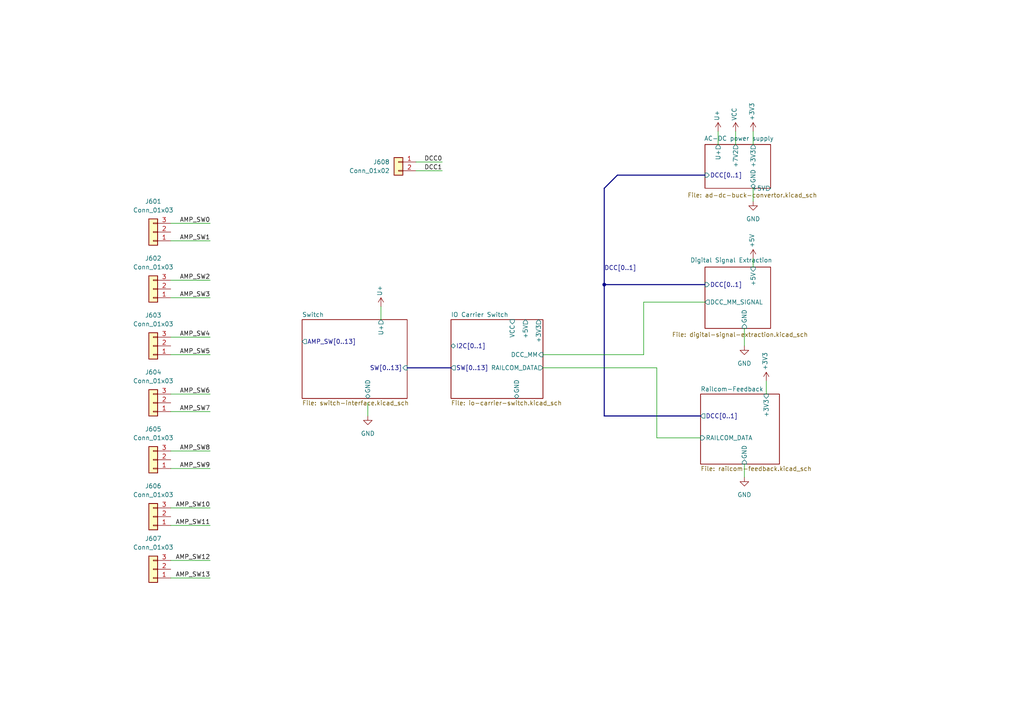
<source format=kicad_sch>
(kicad_sch (version 20231120) (generator "eeschema") (generator_version "7.99")
  (paper "A4")
  (title_block (date "mar. 31 mars 2015"))
  (lib_symbols
    (symbol "Connector_Generic:Conn_01x02" (pin_names (offset 1.016) hide)
      (property "Reference" "J" (at 0 2.54 0))
      (property "Value" "Conn_01x02" (at 0 -5.08 0))
      (symbol "Conn_01x02_1_1"
        (rectangle (start -1.27 -2.413) (end 0 -2.667) (stroke (width 0.1524)))
        (rectangle (start -1.27 0.127) (end 0 -0.127) (stroke (width 0.1524)))
        (rectangle (start -1.27 1.27) (end 1.27 -3.81) (stroke (width 0.254)) (fill (type background)))
        (pin passive line (at -5.08 0 0) (length 3.81) (name "Pin_1") (number "1"))
        (pin passive line (at -5.08 -2.54 0) (length 3.81) (name "Pin_2") (number "2"))
      )
    )
    (symbol "Connector_Generic:Conn_01x03" (pin_names (offset 1.016) hide)
      (property "Reference" "J" (at 0 5.08 0))
      (property "Value" "Conn_01x03" (at 0 -5.08 0))
      (symbol "Conn_01x03_1_1"
        (rectangle (start -1.27 -2.413) (end 0 -2.667) (stroke (width 0.1524)))
        (rectangle (start -1.27 0.127) (end 0 -0.127) (stroke (width 0.1524)))
        (rectangle (start -1.27 2.667) (end 0 2.413) (stroke (width 0.1524)))
        (rectangle (start -1.27 3.81) (end 1.27 -3.81) (stroke (width 0.254)) (fill (type background)))
        (pin passive line (at -5.08 2.54 0) (length 3.81) (name "Pin_1") (number "1"))
        (pin passive line (at -5.08 0 0) (length 3.81) (name "Pin_2") (number "2"))
        (pin passive line (at -5.08 -2.54 0) (length 3.81) (name "Pin_3") (number "3"))
      )
    )
    (symbol "power:+5V" (power) (pin_names (offset 0))
      (property "Value" "+5V" (at 0 3.556 0))
      (symbol "+5V_0_1"
        (polyline (pts (xy -0.762 1.27) (xy 0 2.54)))
        (polyline (pts (xy 0 0) (xy 0 2.54)))
        (polyline (pts (xy 0 2.54) (xy 0.762 1.27)))
      )
      (symbol "+5V_1_1"
        (pin power_in line (at 0 0 90) (length 0) hide (name "+5V") (number "1"))
      )
    )
    (symbol "power:GND" (power) (pin_names (offset 0))
      (property "Value" "GND" (at 0 -3.81 0))
      (symbol "GND_0_1"
        (polyline (pts (xy 0 0) (xy 0 -1.27) (xy 1.27 -1.27) (xy 0 -2.54) (xy -1.27 -1.27) (xy 0 -1.27)))
      )
      (symbol "GND_1_1"
        (pin power_in line (at 0 0 270) (length 0) hide (name "GND") (number "1"))
      )
    )
    (symbol "power:VCC" (power) (pin_names (offset 0))
      (property "Value" "VCC" (at 0 3.81 0))
      (symbol "VCC_0_1"
        (polyline (pts (xy -0.762 1.27) (xy 0 2.54)))
        (polyline (pts (xy 0 0) (xy 0 2.54)))
        (polyline (pts (xy 0 2.54) (xy 0.762 1.27)))
      )
      (symbol "VCC_1_1"
        (pin power_in line (at 0 0 90) (length 0) hide (name "VCC") (number "1"))
      )
    )
  )
  (junction (at 175.26 82.55))
  (no_connect (at -77.47 130.81))
  (wire (pts (xy 222.25 110.49) (xy 222.25 114.3)))
  (wire (pts (xy 49.53 81.28) (xy 60.96 81.28)))
  (wire (pts (xy 49.53 97.79) (xy 60.96 97.79)))
  (wire (pts (xy 106.68 116.84) (xy 106.68 120.65)))
  (bus (pts (xy 118.11 106.68) (xy 130.81 106.68)))
  (bus (pts (xy 175.26 82.55) (xy 175.26 120.65)))
  (wire (pts (xy 186.69 102.87) (xy 186.69 87.63)))
  (wire (pts (xy 49.53 114.3) (xy 60.96 114.3)))
  (wire (pts (xy 120.65 46.99) (xy 128.27 46.99)))
  (wire (pts (xy 215.9 134.62) (xy 215.9 138.43)))
  (wire (pts (xy 186.69 87.63) (xy 204.47 87.63)))
  (wire (pts (xy 190.5 127) (xy 203.2 127)))
  (wire (pts (xy 49.53 64.77) (xy 60.96 64.77)))
  (wire (pts (xy 49.53 130.81) (xy 60.96 130.81)))
  (wire (pts (xy 49.53 119.38) (xy 60.96 119.38)))
  (wire (pts (xy 218.44 74.93) (xy 218.44 77.47)))
  (wire (pts (xy 49.53 152.4) (xy 60.96 152.4)))
  (wire (pts (xy 110.49 88.9) (xy 110.49 92.71)))
  (bus (pts (xy 175.26 82.55) (xy 204.47 82.55)))
  (wire (pts (xy 49.53 167.64) (xy 60.96 167.64)))
  (wire (pts (xy 49.53 69.85) (xy 60.96 69.85)))
  (wire (pts (xy 49.53 86.36) (xy 60.96 86.36)))
  (wire (pts (xy 215.9 95.25) (xy 215.9 100.33)))
  (wire (pts (xy 157.48 102.87) (xy 186.69 102.87)))
  (wire (pts (xy 190.5 106.68) (xy 190.5 127)))
  (bus (pts (xy 179.07 50.8) (xy 175.26 54.61)))
  (wire (pts (xy 49.53 147.32) (xy 60.96 147.32)))
  (wire (pts (xy 218.44 38.1) (xy 218.44 41.91)))
  (wire (pts (xy 157.48 106.68) (xy 190.5 106.68)))
  (wire (pts (xy 49.53 135.89) (xy 60.96 135.89)))
  (wire (pts (xy 213.36 38.1) (xy 213.36 41.91)))
  (wire (pts (xy 120.65 49.53) (xy 128.27 49.53)))
  (wire (pts (xy 49.53 162.56) (xy 60.96 162.56)))
  (wire (pts (xy 208.28 38.1) (xy 208.28 41.91)))
  (wire (pts (xy 218.44 54.61) (xy 218.44 58.42)))
  (bus (pts (xy 175.26 54.61) (xy 175.26 82.55)))
  (bus (pts (xy 175.26 120.65) (xy 203.2 120.65)))
  (wire (pts (xy 49.53 102.87) (xy 60.96 102.87)))
  (bus (pts (xy 179.07 50.8) (xy 204.47 50.8)))
  (label "AMP_SW7" (at 60.96 119.38 180))
  (label "AMP_SW0" (at 60.96 64.77 180))
  (label "DCC0" (at 128.27 46.99 180))
  (label "AMP_SW3" (at 60.96 86.36 180))
  (label "AMP_SW2" (at 60.96 81.28 180))
  (label "DCC1" (at 128.27 49.53 180))
  (label "AMP_SW13" (at 60.96 167.64 180))
  (label "AMP_SW10" (at 60.96 147.32 180))
  (label "DCC[0..1]" (at 175.26 78.74 0))
  (label "AMP_SW1" (at 60.96 69.85 180))
  (label "AMP_SW8" (at 60.96 130.81 180))
  (label "AMP_SW6" (at 60.96 114.3 180))
  (label "AMP_SW12" (at 60.96 162.56 180))
  (label "AMP_SW9" (at 60.96 135.89 180))
  (label "AMP_SW11" (at 60.96 152.4 180))
  (label "AMP_SW5" (at 60.96 102.87 180))
  (label "AMP_SW4" (at 60.96 97.79 180))
  (symbol (lib_id "Connector_Generic:Conn_01x02") (at 115.57 46.99 0) (mirror y) (unit 1)
    (property "Reference" "J608" (at 113.03 46.9899 0) (effects (justify left)))
    (property "Value" "Conn_01x02" (at 113.03 49.5299 0) (effects (justify left)))
    (property "Footprint" "Connector_AMASS:AMASS_XT30U-F_1x02_P5.0mm_Vertical" (effects (hide yes)))
    (property "Description" "Generic connector, single row, 01x02, script generated (kicad-library-utils/schlib/autogen/connector/)" (effects (hide yes)))
  )
  (symbol (lib_id "Connector_Generic:Conn_01x03") (at 44.45 100.33 180) (unit 1)
    (property "Reference" "J603" (at 44.45 91.44 0))
    (property "Value" "Conn_01x03" (at 44.45 93.98 0))
    (property "Footprint" "Connector_JST:JST_NV_B03P-NV_1x03_P5.00mm_Vertical" (effects (hide yes)))
    (property "Description" "Generic connector, single row, 01x03, script generated (kicad-library-utils/schlib/autogen/connector/)" (effects (hide yes)))
  )
  (symbol (lib_id "Connector_Generic:Conn_01x03") (at 44.45 165.1 180) (unit 1)
    (property "Reference" "J607" (at 44.45 156.21 0))
    (property "Value" "Conn_01x03" (at 44.45 158.75 0))
    (property "Footprint" "Connector_JST:JST_NV_B03P-NV_1x03_P5.00mm_Vertical" (effects (hide yes)))
    (property "Description" "Generic connector, single row, 01x03, script generated (kicad-library-utils/schlib/autogen/connector/)" (effects (hide yes)))
  )
  (symbol (lib_id "Connector_Generic:Conn_01x03") (at 44.45 149.86 180) (unit 1)
    (property "Reference" "J606" (at 44.45 140.97 0))
    (property "Value" "Conn_01x03" (at 44.45 143.51 0))
    (property "Footprint" "Connector_JST:JST_NV_B03P-NV_1x03_P5.00mm_Vertical" (effects (hide yes)))
    (property "Description" "Generic connector, single row, 01x03, script generated (kicad-library-utils/schlib/autogen/connector/)" (effects (hide yes)))
  )
  (symbol (lib_id "power:VCC") (at 213.36 38.1 0) (mirror y) (unit 1)
    (property "Reference" "#PWR01017" (effects (hide yes)))
    (property "Value" "VCC" (at 212.979 35.052 90) (effects (justify left)))
    (property "Description" "Power symbol creates a global label with name \"VCC\"" (effects (hide yes)))
  )
  (symbol (lib_id "power:+5V") (at 222.25 110.49 0) (mirror y) (unit 1)
    (property "Reference" "#PWR01023" (effects (hide yes)))
    (property "Value" "+3V3" (at 221.8944 107.442 90) (effects (justify left)))
    (property "Description" "Power symbol creates a global label with name \"+5V\"" (effects (hide yes)))
  )
  (symbol (lib_id "power:+5V") (at 110.49 88.9 0) (mirror y) (unit 1)
    (property "Reference" "#PWR0602" (effects (hide yes)))
    (property "Value" "U+" (at 110.1344 85.852 90) (effects (justify left)))
    (property "Description" "Power symbol creates a global label with name \"+5V\"" (effects (hide yes)))
  )
  (symbol (lib_id "power:+5V") (at 218.44 38.1 0) (mirror y) (unit 1)
    (property "Reference" "#PWR01020" (effects (hide yes)))
    (property "Value" "+3V3" (at 218.0844 35.052 90) (effects (justify left)))
    (property "Description" "Power symbol creates a global label with name \"+5V\"" (effects (hide yes)))
  )
  (symbol (lib_id "Connector_Generic:Conn_01x03") (at 44.45 67.31 180) (unit 1)
    (property "Reference" "J601" (at 44.45 58.42 0))
    (property "Value" "Conn_01x03" (at 44.45 60.96 0))
    (property "Footprint" "Connector_JST:JST_NV_B03P-NV_1x03_P5.00mm_Vertical" (effects (hide yes)))
    (property "Description" "Generic connector, single row, 01x03, script generated (kicad-library-utils/schlib/autogen/connector/)" (effects (hide yes)))
  )
  (symbol (lib_id "Connector_Generic:Conn_01x03") (at 44.45 116.84 180) (unit 1)
    (property "Reference" "J604" (at 44.45 107.95 0))
    (property "Value" "Conn_01x03" (at 44.45 110.49 0))
    (property "Footprint" "Connector_JST:JST_NV_B03P-NV_1x03_P5.00mm_Vertical" (effects (hide yes)))
    (property "Description" "Generic connector, single row, 01x03, script generated (kicad-library-utils/schlib/autogen/connector/)" (effects (hide yes)))
  )
  (symbol (lib_id "power:GND") (at 215.9 100.33 0) (unit 1)
    (property "Reference" "#PWR01018" (effects (hide yes)))
    (property "Value" "GND" (at 215.9 105.41 0))
    (property "Description" "Power symbol creates a global label with name \"GND\" , ground" (effects (hide yes)))
  )
  (symbol (lib_id "power:GND") (at 218.44 58.42 0) (unit 1)
    (property "Reference" "#PWR01021" (effects (hide yes)))
    (property "Value" "GND" (at 218.44 63.5 0))
    (property "Description" "Power symbol creates a global label with name \"GND\" , ground" (effects (hide yes)))
  )
  (symbol (lib_id "power:+5V") (at 208.28 38.1 0) (mirror y) (unit 1)
    (property "Reference" "#PWR01016" (effects (hide yes)))
    (property "Value" "U+" (at 207.9244 35.052 90) (effects (justify left)))
    (property "Description" "Power symbol creates a global label with name \"+5V\"" (effects (hide yes)))
  )
  (symbol (lib_id "power:GND") (at 106.68 120.65 0) (unit 1)
    (property "Reference" "#PWR0601" (effects (hide yes)))
    (property "Value" "GND" (at 106.68 125.73 0))
    (property "Description" "Power symbol creates a global label with name \"GND\" , ground" (effects (hide yes)))
  )
  (symbol (lib_id "Connector_Generic:Conn_01x03") (at 44.45 83.82 180) (unit 1)
    (property "Reference" "J602" (at 44.45 74.93 0))
    (property "Value" "Conn_01x03" (at 44.45 77.47 0))
    (property "Footprint" "Connector_JST:JST_NV_B03P-NV_1x03_P5.00mm_Vertical" (effects (hide yes)))
    (property "Description" "Generic connector, single row, 01x03, script generated (kicad-library-utils/schlib/autogen/connector/)" (effects (hide yes)))
  )
  (symbol (lib_id "Connector_Generic:Conn_01x03") (at 44.45 133.35 180) (unit 1)
    (property "Reference" "J605" (at 44.45 124.46 0))
    (property "Value" "Conn_01x03" (at 44.45 127 0))
    (property "Footprint" "Connector_JST:JST_NV_B03P-NV_1x03_P5.00mm_Vertical" (effects (hide yes)))
    (property "Description" "Generic connector, single row, 01x03, script generated (kicad-library-utils/schlib/autogen/connector/)" (effects (hide yes)))
  )
  (symbol (lib_id "power:+5V") (at 218.44 74.93 0) (mirror y) (unit 1)
    (property "Reference" "#PWR01022" (effects (hide yes)))
    (property "Value" "+5V" (at 218.0844 71.882 90) (effects (justify left)))
    (property "Description" "Power symbol creates a global label with name \"+5V\"" (effects (hide yes)))
  )
  (symbol (lib_id "power:GND") (at 215.9 138.43 0) (unit 1)
    (property "Reference" "#PWR01019" (effects (hide yes)))
    (property "Value" "GND" (at 215.9 143.51 0))
    (property "Description" "Power symbol creates a global label with name \"GND\" , ground" (effects (hide yes)))
  )
  (sheet (at 204.47 41.91) (size 19.05 12.7) (stroke (width 0.1524))
    (property "Sheetname" "AC-DC power supply" (at 204.216 40.894 0) (effects (justify left bottom)))
    (property "Sheetfile" "ad-dc-buck-convertor.kicad_sch" (at 199.39 55.88 0) (effects (justify left top)))
    (pin "GND" bidirectional (at 218.44 54.61 270))
    (pin "DCC[0..1]" input (at 204.47 50.8 180))
    (pin "+7V2" output (at 213.36 41.91 90))
    (pin "U+" output (at 208.28 41.91 90))
    (pin "+3V3" output (at 218.44 41.91 90))
    (pin "+5V" output (at 223.52 54.61 0))
  )
  (sheet (at 130.81 92.71) (size 26.67 22.86) (stroke (width 0.1524))
    (property "Sheetname" "IO Carrier Switch" (at 130.81 91.9984 0) (effects (justify left bottom)))
    (property "Sheetfile" "io-carrier-switch.kicad_sch" (at 130.81 116.1546 0) (effects (justify left top)))
    (pin "VCC" input (at 148.59 92.71 90))
    (pin "+5V" output (at 152.4 92.71 90))
    (pin "+3V3" output (at 156.21 92.71 90))
    (pin "RAILCOM_DATA" output (at 157.48 106.68 0))
    (pin "I2C[0..1]" bidirectional (at 130.81 100.33 180))
    (pin "DCC_MM" input (at 157.48 102.87 0))
    (pin "GND" bidirectional (at 149.86 115.57 270))
    (pin "SW[0..13]" output (at 130.81 106.68 180))
  )
  (sheet (at 203.2 114.3) (size 22.86 20.32) (stroke (width 0.1524))
    (property "Sheetname" "Railcom-Feedback" (at 203.2 113.5884 0) (effects (justify left bottom)))
    (property "Sheetfile" "railcom-feedback.kicad_sch" (at 203.2 135.2046 0) (effects (justify left top)))
    (pin "RAILCOM_DATA" input (at 203.2 127 180))
    (pin "GND" input (at 215.9 134.62 270))
    (pin "DCC[0..1]" output (at 203.2 120.65 180))
    (pin "+3V3" input (at 222.25 114.3 90))
  )
  (sheet (at 87.63 92.71) (size 30.48 22.86) (stroke (width 0.1524))
    (property "Sheetname" "Switch" (at 87.63 91.9984 0) (effects (justify left bottom)))
    (property "Sheetfile" "switch-interface.kicad_sch" (at 87.63 116.1546 0) (effects (justify left top)))
    (pin "SW[0..13]" input (at 118.11 106.68 0))
    (pin "AMP_SW[0..13]" output (at 87.63 99.06 180))
    (pin "U+" output (at 110.49 92.71 90))
    (pin "GND" bidirectional (at 106.68 115.57 270))
  )
  (sheet (at 204.47 77.47) (size 19.05 17.78) (stroke (width 0.1524))
    (property "Sheetname" "Digital Signal Extraction" (at 212.09 76.2 0) (effects (justify bottom)))
    (property "Sheetfile" "digital-signal-extraction.kicad_sch" (at 214.63 97.79 0) (effects (justify bottom)))
    (pin "GND" input (at 215.9 95.25 270))
    (pin "DCC_MM_SIGNAL" output (at 204.47 87.63 180))
    (pin "DCC[0..1]" input (at 204.47 82.55 180))
    (pin "+5V" input (at 218.44 77.47 90))
  )
)
</source>
